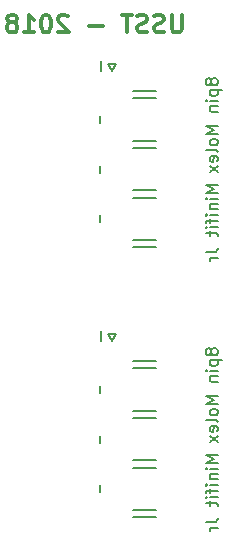
<source format=gbr>
G04 #@! TF.FileFunction,Legend,Bot*
%FSLAX46Y46*%
G04 Gerber Fmt 4.6, Leading zero omitted, Abs format (unit mm)*
G04 Created by KiCad (PCBNEW 4.0.4-stable) date 02/10/18 20:46:28*
%MOMM*%
%LPD*%
G01*
G04 APERTURE LIST*
%ADD10C,0.100000*%
%ADD11C,0.300000*%
%ADD12C,0.150000*%
G04 APERTURE END LIST*
D10*
D11*
X136897141Y-60138571D02*
X136897141Y-61352857D01*
X136825713Y-61495714D01*
X136754284Y-61567143D01*
X136611427Y-61638571D01*
X136325713Y-61638571D01*
X136182855Y-61567143D01*
X136111427Y-61495714D01*
X136039998Y-61352857D01*
X136039998Y-60138571D01*
X135397141Y-61567143D02*
X135182855Y-61638571D01*
X134825712Y-61638571D01*
X134682855Y-61567143D01*
X134611426Y-61495714D01*
X134539998Y-61352857D01*
X134539998Y-61210000D01*
X134611426Y-61067143D01*
X134682855Y-60995714D01*
X134825712Y-60924286D01*
X135111426Y-60852857D01*
X135254284Y-60781429D01*
X135325712Y-60710000D01*
X135397141Y-60567143D01*
X135397141Y-60424286D01*
X135325712Y-60281429D01*
X135254284Y-60210000D01*
X135111426Y-60138571D01*
X134754284Y-60138571D01*
X134539998Y-60210000D01*
X133968570Y-61567143D02*
X133754284Y-61638571D01*
X133397141Y-61638571D01*
X133254284Y-61567143D01*
X133182855Y-61495714D01*
X133111427Y-61352857D01*
X133111427Y-61210000D01*
X133182855Y-61067143D01*
X133254284Y-60995714D01*
X133397141Y-60924286D01*
X133682855Y-60852857D01*
X133825713Y-60781429D01*
X133897141Y-60710000D01*
X133968570Y-60567143D01*
X133968570Y-60424286D01*
X133897141Y-60281429D01*
X133825713Y-60210000D01*
X133682855Y-60138571D01*
X133325713Y-60138571D01*
X133111427Y-60210000D01*
X132682856Y-60138571D02*
X131825713Y-60138571D01*
X132254284Y-61638571D02*
X132254284Y-60138571D01*
X130182856Y-61067143D02*
X129039999Y-61067143D01*
X127254285Y-60281429D02*
X127182856Y-60210000D01*
X127039999Y-60138571D01*
X126682856Y-60138571D01*
X126539999Y-60210000D01*
X126468570Y-60281429D01*
X126397142Y-60424286D01*
X126397142Y-60567143D01*
X126468570Y-60781429D01*
X127325713Y-61638571D01*
X126397142Y-61638571D01*
X125468571Y-60138571D02*
X125325714Y-60138571D01*
X125182857Y-60210000D01*
X125111428Y-60281429D01*
X125039999Y-60424286D01*
X124968571Y-60710000D01*
X124968571Y-61067143D01*
X125039999Y-61352857D01*
X125111428Y-61495714D01*
X125182857Y-61567143D01*
X125325714Y-61638571D01*
X125468571Y-61638571D01*
X125611428Y-61567143D01*
X125682857Y-61495714D01*
X125754285Y-61352857D01*
X125825714Y-61067143D01*
X125825714Y-60710000D01*
X125754285Y-60424286D01*
X125682857Y-60281429D01*
X125611428Y-60210000D01*
X125468571Y-60138571D01*
X123540000Y-61638571D02*
X124397143Y-61638571D01*
X123968571Y-61638571D02*
X123968571Y-60138571D01*
X124111428Y-60352857D01*
X124254286Y-60495714D01*
X124397143Y-60567143D01*
X122682857Y-60781429D02*
X122825715Y-60710000D01*
X122897143Y-60638571D01*
X122968572Y-60495714D01*
X122968572Y-60424286D01*
X122897143Y-60281429D01*
X122825715Y-60210000D01*
X122682857Y-60138571D01*
X122397143Y-60138571D01*
X122254286Y-60210000D01*
X122182857Y-60281429D01*
X122111429Y-60424286D01*
X122111429Y-60495714D01*
X122182857Y-60638571D01*
X122254286Y-60710000D01*
X122397143Y-60781429D01*
X122682857Y-60781429D01*
X122825715Y-60852857D01*
X122897143Y-60924286D01*
X122968572Y-61067143D01*
X122968572Y-61352857D01*
X122897143Y-61495714D01*
X122825715Y-61567143D01*
X122682857Y-61638571D01*
X122397143Y-61638571D01*
X122254286Y-61567143D01*
X122182857Y-61495714D01*
X122111429Y-61352857D01*
X122111429Y-61067143D01*
X122182857Y-60924286D01*
X122254286Y-60852857D01*
X122397143Y-60781429D01*
D12*
X130031000Y-87780000D02*
X130031000Y-86930000D01*
X132781000Y-89480000D02*
X134681000Y-89480000D01*
X132781000Y-90080000D02*
X134681000Y-90080000D01*
X132781000Y-93680000D02*
X134681000Y-93680000D01*
X132781000Y-94280000D02*
X134681000Y-94280000D01*
X132781000Y-97880000D02*
X134681000Y-97880000D01*
X132781000Y-98480000D02*
X134681000Y-98480000D01*
X132781000Y-102080000D02*
X134681000Y-102080000D01*
X132781000Y-102680000D02*
X134681000Y-102680000D01*
X129981000Y-91580000D02*
X129981000Y-92180000D01*
X129981000Y-95780000D02*
X129981000Y-96380000D01*
X129981000Y-99980000D02*
X129981000Y-100580000D01*
X130981000Y-87780000D02*
X131281000Y-87180000D01*
X131281000Y-87180000D02*
X130681000Y-87180000D01*
X130681000Y-87180000D02*
X130981000Y-87780000D01*
X130031000Y-64920000D02*
X130031000Y-64070000D01*
X132781000Y-66620000D02*
X134681000Y-66620000D01*
X132781000Y-67220000D02*
X134681000Y-67220000D01*
X132781000Y-70820000D02*
X134681000Y-70820000D01*
X132781000Y-71420000D02*
X134681000Y-71420000D01*
X132781000Y-75020000D02*
X134681000Y-75020000D01*
X132781000Y-75620000D02*
X134681000Y-75620000D01*
X132781000Y-79220000D02*
X134681000Y-79220000D01*
X132781000Y-79820000D02*
X134681000Y-79820000D01*
X129981000Y-68720000D02*
X129981000Y-69320000D01*
X129981000Y-72920000D02*
X129981000Y-73520000D01*
X129981000Y-77120000D02*
X129981000Y-77720000D01*
X130981000Y-64920000D02*
X131281000Y-64320000D01*
X131281000Y-64320000D02*
X130681000Y-64320000D01*
X130681000Y-64320000D02*
X130981000Y-64920000D01*
X139361952Y-88579999D02*
X139314333Y-88484761D01*
X139266714Y-88437142D01*
X139171476Y-88389523D01*
X139123857Y-88389523D01*
X139028619Y-88437142D01*
X138981000Y-88484761D01*
X138933381Y-88579999D01*
X138933381Y-88770476D01*
X138981000Y-88865714D01*
X139028619Y-88913333D01*
X139123857Y-88960952D01*
X139171476Y-88960952D01*
X139266714Y-88913333D01*
X139314333Y-88865714D01*
X139361952Y-88770476D01*
X139361952Y-88579999D01*
X139409571Y-88484761D01*
X139457190Y-88437142D01*
X139552429Y-88389523D01*
X139742905Y-88389523D01*
X139838143Y-88437142D01*
X139885762Y-88484761D01*
X139933381Y-88579999D01*
X139933381Y-88770476D01*
X139885762Y-88865714D01*
X139838143Y-88913333D01*
X139742905Y-88960952D01*
X139552429Y-88960952D01*
X139457190Y-88913333D01*
X139409571Y-88865714D01*
X139361952Y-88770476D01*
X139266714Y-89389523D02*
X140266714Y-89389523D01*
X139314333Y-89389523D02*
X139266714Y-89484761D01*
X139266714Y-89675238D01*
X139314333Y-89770476D01*
X139361952Y-89818095D01*
X139457190Y-89865714D01*
X139742905Y-89865714D01*
X139838143Y-89818095D01*
X139885762Y-89770476D01*
X139933381Y-89675238D01*
X139933381Y-89484761D01*
X139885762Y-89389523D01*
X139933381Y-90294285D02*
X139266714Y-90294285D01*
X138933381Y-90294285D02*
X138981000Y-90246666D01*
X139028619Y-90294285D01*
X138981000Y-90341904D01*
X138933381Y-90294285D01*
X139028619Y-90294285D01*
X139266714Y-90770475D02*
X139933381Y-90770475D01*
X139361952Y-90770475D02*
X139314333Y-90818094D01*
X139266714Y-90913332D01*
X139266714Y-91056190D01*
X139314333Y-91151428D01*
X139409571Y-91199047D01*
X139933381Y-91199047D01*
X139933381Y-92437142D02*
X138933381Y-92437142D01*
X139647667Y-92770476D01*
X138933381Y-93103809D01*
X139933381Y-93103809D01*
X139933381Y-93722856D02*
X139885762Y-93627618D01*
X139838143Y-93579999D01*
X139742905Y-93532380D01*
X139457190Y-93532380D01*
X139361952Y-93579999D01*
X139314333Y-93627618D01*
X139266714Y-93722856D01*
X139266714Y-93865714D01*
X139314333Y-93960952D01*
X139361952Y-94008571D01*
X139457190Y-94056190D01*
X139742905Y-94056190D01*
X139838143Y-94008571D01*
X139885762Y-93960952D01*
X139933381Y-93865714D01*
X139933381Y-93722856D01*
X139933381Y-94627618D02*
X139885762Y-94532380D01*
X139790524Y-94484761D01*
X138933381Y-94484761D01*
X139885762Y-95389524D02*
X139933381Y-95294286D01*
X139933381Y-95103809D01*
X139885762Y-95008571D01*
X139790524Y-94960952D01*
X139409571Y-94960952D01*
X139314333Y-95008571D01*
X139266714Y-95103809D01*
X139266714Y-95294286D01*
X139314333Y-95389524D01*
X139409571Y-95437143D01*
X139504810Y-95437143D01*
X139600048Y-94960952D01*
X139933381Y-95770476D02*
X139266714Y-96294286D01*
X139266714Y-95770476D02*
X139933381Y-96294286D01*
X139933381Y-97437143D02*
X138933381Y-97437143D01*
X139647667Y-97770477D01*
X138933381Y-98103810D01*
X139933381Y-98103810D01*
X139933381Y-98580000D02*
X139266714Y-98580000D01*
X138933381Y-98580000D02*
X138981000Y-98532381D01*
X139028619Y-98580000D01*
X138981000Y-98627619D01*
X138933381Y-98580000D01*
X139028619Y-98580000D01*
X139266714Y-99056190D02*
X139933381Y-99056190D01*
X139361952Y-99056190D02*
X139314333Y-99103809D01*
X139266714Y-99199047D01*
X139266714Y-99341905D01*
X139314333Y-99437143D01*
X139409571Y-99484762D01*
X139933381Y-99484762D01*
X139933381Y-99960952D02*
X139266714Y-99960952D01*
X138933381Y-99960952D02*
X138981000Y-99913333D01*
X139028619Y-99960952D01*
X138981000Y-100008571D01*
X138933381Y-99960952D01*
X139028619Y-99960952D01*
X139266714Y-100294285D02*
X139266714Y-100675237D01*
X139933381Y-100437142D02*
X139076238Y-100437142D01*
X138981000Y-100484761D01*
X138933381Y-100579999D01*
X138933381Y-100675237D01*
X139933381Y-101008571D02*
X139266714Y-101008571D01*
X138933381Y-101008571D02*
X138981000Y-100960952D01*
X139028619Y-101008571D01*
X138981000Y-101056190D01*
X138933381Y-101008571D01*
X139028619Y-101008571D01*
X139266714Y-101341904D02*
X139266714Y-101722856D01*
X138933381Y-101484761D02*
X139790524Y-101484761D01*
X139885762Y-101532380D01*
X139933381Y-101627618D01*
X139933381Y-101722856D01*
X138933381Y-103103810D02*
X139647667Y-103103810D01*
X139790524Y-103056190D01*
X139885762Y-102960952D01*
X139933381Y-102818095D01*
X139933381Y-102722857D01*
X139933381Y-103580000D02*
X139266714Y-103580000D01*
X139457190Y-103580000D02*
X139361952Y-103627619D01*
X139314333Y-103675238D01*
X139266714Y-103770476D01*
X139266714Y-103865715D01*
X139361952Y-65719999D02*
X139314333Y-65624761D01*
X139266714Y-65577142D01*
X139171476Y-65529523D01*
X139123857Y-65529523D01*
X139028619Y-65577142D01*
X138981000Y-65624761D01*
X138933381Y-65719999D01*
X138933381Y-65910476D01*
X138981000Y-66005714D01*
X139028619Y-66053333D01*
X139123857Y-66100952D01*
X139171476Y-66100952D01*
X139266714Y-66053333D01*
X139314333Y-66005714D01*
X139361952Y-65910476D01*
X139361952Y-65719999D01*
X139409571Y-65624761D01*
X139457190Y-65577142D01*
X139552429Y-65529523D01*
X139742905Y-65529523D01*
X139838143Y-65577142D01*
X139885762Y-65624761D01*
X139933381Y-65719999D01*
X139933381Y-65910476D01*
X139885762Y-66005714D01*
X139838143Y-66053333D01*
X139742905Y-66100952D01*
X139552429Y-66100952D01*
X139457190Y-66053333D01*
X139409571Y-66005714D01*
X139361952Y-65910476D01*
X139266714Y-66529523D02*
X140266714Y-66529523D01*
X139314333Y-66529523D02*
X139266714Y-66624761D01*
X139266714Y-66815238D01*
X139314333Y-66910476D01*
X139361952Y-66958095D01*
X139457190Y-67005714D01*
X139742905Y-67005714D01*
X139838143Y-66958095D01*
X139885762Y-66910476D01*
X139933381Y-66815238D01*
X139933381Y-66624761D01*
X139885762Y-66529523D01*
X139933381Y-67434285D02*
X139266714Y-67434285D01*
X138933381Y-67434285D02*
X138981000Y-67386666D01*
X139028619Y-67434285D01*
X138981000Y-67481904D01*
X138933381Y-67434285D01*
X139028619Y-67434285D01*
X139266714Y-67910475D02*
X139933381Y-67910475D01*
X139361952Y-67910475D02*
X139314333Y-67958094D01*
X139266714Y-68053332D01*
X139266714Y-68196190D01*
X139314333Y-68291428D01*
X139409571Y-68339047D01*
X139933381Y-68339047D01*
X139933381Y-69577142D02*
X138933381Y-69577142D01*
X139647667Y-69910476D01*
X138933381Y-70243809D01*
X139933381Y-70243809D01*
X139933381Y-70862856D02*
X139885762Y-70767618D01*
X139838143Y-70719999D01*
X139742905Y-70672380D01*
X139457190Y-70672380D01*
X139361952Y-70719999D01*
X139314333Y-70767618D01*
X139266714Y-70862856D01*
X139266714Y-71005714D01*
X139314333Y-71100952D01*
X139361952Y-71148571D01*
X139457190Y-71196190D01*
X139742905Y-71196190D01*
X139838143Y-71148571D01*
X139885762Y-71100952D01*
X139933381Y-71005714D01*
X139933381Y-70862856D01*
X139933381Y-71767618D02*
X139885762Y-71672380D01*
X139790524Y-71624761D01*
X138933381Y-71624761D01*
X139885762Y-72529524D02*
X139933381Y-72434286D01*
X139933381Y-72243809D01*
X139885762Y-72148571D01*
X139790524Y-72100952D01*
X139409571Y-72100952D01*
X139314333Y-72148571D01*
X139266714Y-72243809D01*
X139266714Y-72434286D01*
X139314333Y-72529524D01*
X139409571Y-72577143D01*
X139504810Y-72577143D01*
X139600048Y-72100952D01*
X139933381Y-72910476D02*
X139266714Y-73434286D01*
X139266714Y-72910476D02*
X139933381Y-73434286D01*
X139933381Y-74577143D02*
X138933381Y-74577143D01*
X139647667Y-74910477D01*
X138933381Y-75243810D01*
X139933381Y-75243810D01*
X139933381Y-75720000D02*
X139266714Y-75720000D01*
X138933381Y-75720000D02*
X138981000Y-75672381D01*
X139028619Y-75720000D01*
X138981000Y-75767619D01*
X138933381Y-75720000D01*
X139028619Y-75720000D01*
X139266714Y-76196190D02*
X139933381Y-76196190D01*
X139361952Y-76196190D02*
X139314333Y-76243809D01*
X139266714Y-76339047D01*
X139266714Y-76481905D01*
X139314333Y-76577143D01*
X139409571Y-76624762D01*
X139933381Y-76624762D01*
X139933381Y-77100952D02*
X139266714Y-77100952D01*
X138933381Y-77100952D02*
X138981000Y-77053333D01*
X139028619Y-77100952D01*
X138981000Y-77148571D01*
X138933381Y-77100952D01*
X139028619Y-77100952D01*
X139266714Y-77434285D02*
X139266714Y-77815237D01*
X139933381Y-77577142D02*
X139076238Y-77577142D01*
X138981000Y-77624761D01*
X138933381Y-77719999D01*
X138933381Y-77815237D01*
X139933381Y-78148571D02*
X139266714Y-78148571D01*
X138933381Y-78148571D02*
X138981000Y-78100952D01*
X139028619Y-78148571D01*
X138981000Y-78196190D01*
X138933381Y-78148571D01*
X139028619Y-78148571D01*
X139266714Y-78481904D02*
X139266714Y-78862856D01*
X138933381Y-78624761D02*
X139790524Y-78624761D01*
X139885762Y-78672380D01*
X139933381Y-78767618D01*
X139933381Y-78862856D01*
X138933381Y-80243810D02*
X139647667Y-80243810D01*
X139790524Y-80196190D01*
X139885762Y-80100952D01*
X139933381Y-79958095D01*
X139933381Y-79862857D01*
X139933381Y-80720000D02*
X139266714Y-80720000D01*
X139457190Y-80720000D02*
X139361952Y-80767619D01*
X139314333Y-80815238D01*
X139266714Y-80910476D01*
X139266714Y-81005715D01*
M02*

</source>
